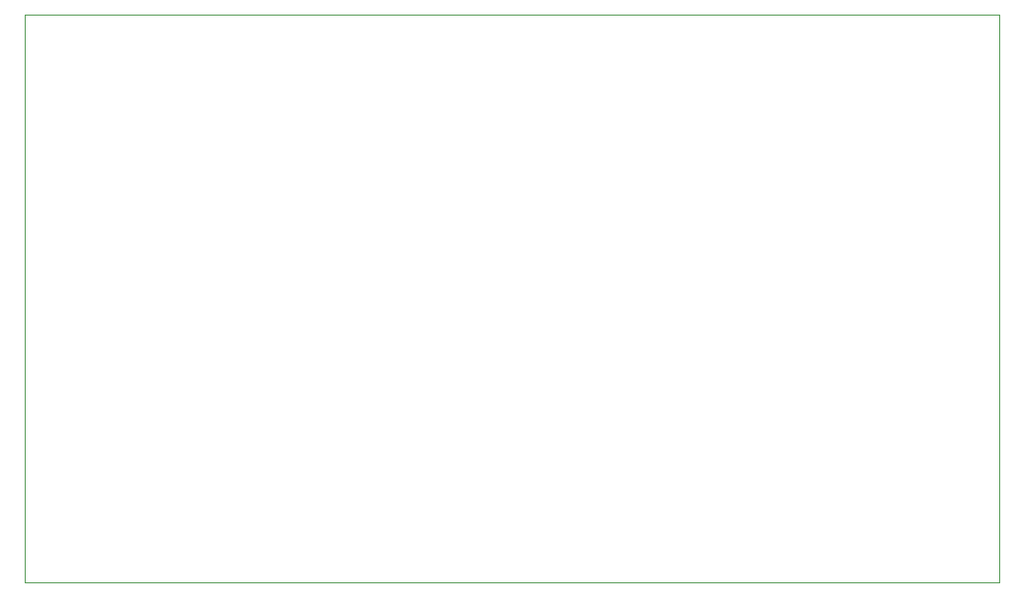
<source format=gm1>
G04 #@! TF.GenerationSoftware,KiCad,Pcbnew,(5.1.4)-1*
G04 #@! TF.CreationDate,2021-09-06T11:03:46-04:00*
G04 #@! TF.ProjectId,relay_array,72656c61-795f-4617-9272-61792e6b6963,rev?*
G04 #@! TF.SameCoordinates,Original*
G04 #@! TF.FileFunction,Profile,NP*
%FSLAX46Y46*%
G04 Gerber Fmt 4.6, Leading zero omitted, Abs format (unit mm)*
G04 Created by KiCad (PCBNEW (5.1.4)-1) date 2021-09-06 11:03:46*
%MOMM*%
%LPD*%
G04 APERTURE LIST*
%ADD10C,0.050000*%
G04 APERTURE END LIST*
D10*
X221250000Y-138750000D02*
X131250000Y-138750000D01*
X221250000Y-86250000D02*
X131250000Y-86250000D01*
X221250000Y-138750000D02*
X221250000Y-86250000D01*
X131250000Y-86250000D02*
X131250000Y-138750000D01*
M02*

</source>
